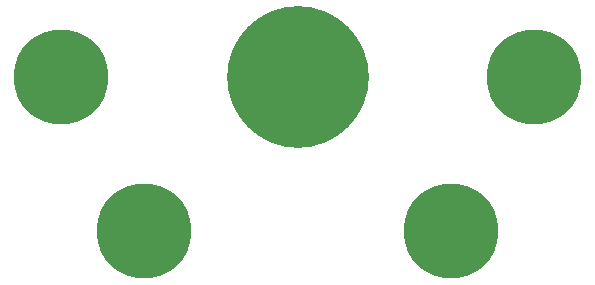
<source format=gtl>
G04 #@! TF.GenerationSoftware,KiCad,Pcbnew,5.1.9+dfsg1-1*
G04 #@! TF.CreationDate,2023-01-30T08:20:02+09:00*
G04 #@! TF.ProjectId,top,746f702e-6b69-4636-9164-5f7063625858,rev?*
G04 #@! TF.SameCoordinates,Original*
G04 #@! TF.FileFunction,Copper,L1,Top*
G04 #@! TF.FilePolarity,Positive*
%FSLAX46Y46*%
G04 Gerber Fmt 4.6, Leading zero omitted, Abs format (unit mm)*
G04 Created by KiCad (PCBNEW 5.1.9+dfsg1-1) date 2023-01-30 08:20:02*
%MOMM*%
%LPD*%
G01*
G04 APERTURE LIST*
G04 #@! TA.AperFunction,ComponentPad*
%ADD10C,8.000000*%
G04 #@! TD*
G04 #@! TA.AperFunction,ComponentPad*
%ADD11C,12.000000*%
G04 #@! TD*
G04 APERTURE END LIST*
D10*
X117000000Y-113000000D03*
X110000000Y-100000000D03*
X150000000Y-100000000D03*
X143000000Y-113000000D03*
D11*
X130000000Y-100000000D03*
M02*

</source>
